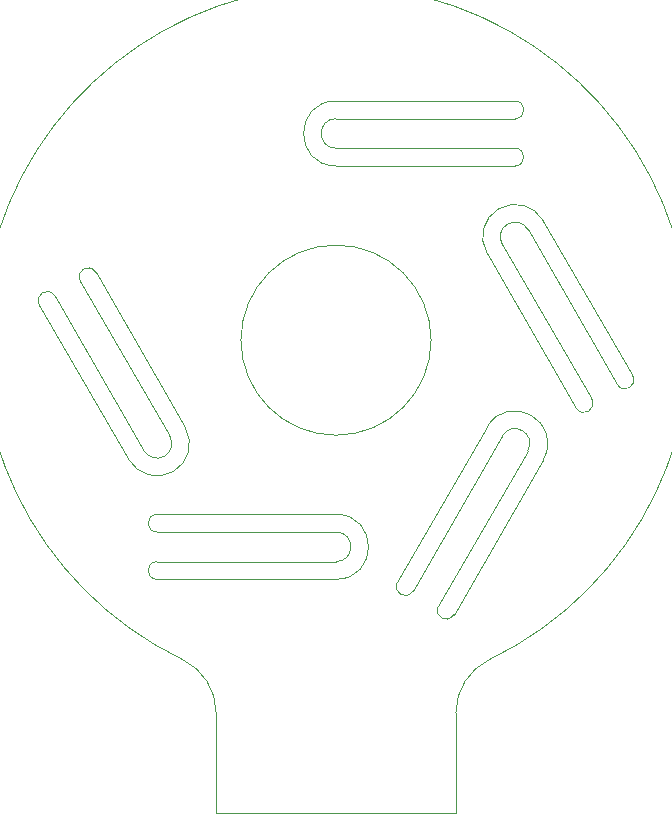
<source format=gbr>
%TF.GenerationSoftware,KiCad,Pcbnew,7.0.10-7.0.10~ubuntu20.04.1*%
%TF.CreationDate,2024-07-27T02:52:02+03:00*%
%TF.ProjectId,Prog,50726f67-2e6b-4696-9361-645f70636258,rev?*%
%TF.SameCoordinates,Original*%
%TF.FileFunction,Profile,NP*%
%FSLAX46Y46*%
G04 Gerber Fmt 4.6, Leading zero omitted, Abs format (unit mm)*
G04 Created by KiCad (PCBNEW 7.0.10-7.0.10~ubuntu20.04.1) date 2024-07-27 02:52:02*
%MOMM*%
%LPD*%
G01*
G04 APERTURE LIST*
%TA.AperFunction,Profile*%
%ADD10C,0.100000*%
%TD*%
G04 APERTURE END LIST*
D10*
X108050000Y-100000000D02*
G75*
G03*
X91950000Y-100000000I-8050000J0D01*
G01*
X91950000Y-100000000D02*
G75*
G03*
X108050000Y-100000000I8050000J0D01*
G01*
X115155445Y-81250000D02*
G75*
G03*
X115155445Y-79750000I-45J750000D01*
G01*
X100000000Y-79750000D02*
X115155445Y-79750000D01*
X100000000Y-79750000D02*
G75*
G03*
X100000000Y-85250000I0J-2750000D01*
G01*
X100000000Y-85250000D02*
X115155445Y-85250000D01*
X115155445Y-85250000D02*
G75*
G03*
X115155445Y-83750000I-45J750000D01*
G01*
X100000000Y-83750000D02*
X115155445Y-83750000D01*
X100000000Y-81250000D02*
G75*
G03*
X100000000Y-83750000I0J-1250000D01*
G01*
X100000000Y-81250000D02*
X115155445Y-81250000D01*
X123815672Y-103750015D02*
G75*
G03*
X125114737Y-103000000I649528J375015D01*
G01*
X117537014Y-89875000D02*
X125114737Y-103000000D01*
X117536947Y-89875039D02*
G75*
G03*
X112773875Y-92625000I-2381547J-1374961D01*
G01*
X112773875Y-92625000D02*
X120351597Y-105750000D01*
X120351574Y-105750013D02*
G75*
G03*
X121650634Y-105000000I649526J375013D01*
G01*
X114072913Y-91875000D02*
X121650635Y-105000000D01*
X116237909Y-90625039D02*
G75*
G03*
X114072913Y-91875000I-1082509J-624961D01*
G01*
X116237976Y-90625000D02*
X123815699Y-103750000D01*
X108660295Y-122500024D02*
G75*
G03*
X109959292Y-123250000I649505J-374976D01*
G01*
X117537014Y-110125000D02*
X109959292Y-123250000D01*
X117536947Y-110124961D02*
G75*
G03*
X112773875Y-107375000I-2381547J1374961D01*
G01*
X112773875Y-107375000D02*
X105196152Y-120500000D01*
X105196195Y-120500025D02*
G75*
G03*
X106495190Y-121250000I649505J-374975D01*
G01*
X114072913Y-108125000D02*
X106495191Y-121250000D01*
X116237909Y-109374961D02*
G75*
G03*
X114072913Y-108125000I-1082509J624961D01*
G01*
X116237976Y-109375000D02*
X108660254Y-122500000D01*
X84844555Y-118750000D02*
G75*
G03*
X84844555Y-120250000I45J-750000D01*
G01*
X100000000Y-120250000D02*
X84844555Y-120250000D01*
X100000000Y-120250000D02*
G75*
G03*
X100000000Y-114750000I0J2750000D01*
G01*
X100000000Y-114750000D02*
X84844555Y-114750000D01*
X84844555Y-114750000D02*
G75*
G03*
X84844555Y-116250000I45J-750000D01*
G01*
X100000000Y-116250000D02*
X84844555Y-116250000D01*
X100000000Y-118750000D02*
G75*
G03*
X100000000Y-116250000I0J1250000D01*
G01*
X100000000Y-118750000D02*
X84844555Y-118750000D01*
X76184328Y-96249985D02*
G75*
G03*
X74885263Y-97000000I-649528J-375015D01*
G01*
X82462986Y-110125000D02*
X74885263Y-97000000D01*
X82463053Y-110124961D02*
G75*
G03*
X87226125Y-107375000I2381547J1374961D01*
G01*
X87226125Y-107375000D02*
X79648403Y-94250000D01*
X79648426Y-94249987D02*
G75*
G03*
X78349366Y-95000000I-649526J-375013D01*
G01*
X85927087Y-108125000D02*
X78349365Y-95000000D01*
X83762091Y-109374961D02*
G75*
G03*
X85927087Y-108125000I1082509J624961D01*
G01*
X83762024Y-109375000D02*
X76184301Y-96250000D01*
X112985718Y-127043885D02*
G75*
G03*
X110150000Y-131551189I2164282J-4507315D01*
G01*
X110150000Y-140000000D02*
X110150000Y-131551189D01*
X100000000Y-140000000D02*
X110150000Y-140000000D01*
X89850000Y-140000000D02*
X100000000Y-140000000D01*
X89850000Y-131551189D02*
X89850000Y-140000000D01*
X89850010Y-131551189D02*
G75*
G03*
X87014286Y-127043876I-5000010J-11D01*
G01*
X112985714Y-127043875D02*
G75*
G03*
X87014286Y-127043875I-12985714J27043875D01*
G01*
M02*

</source>
